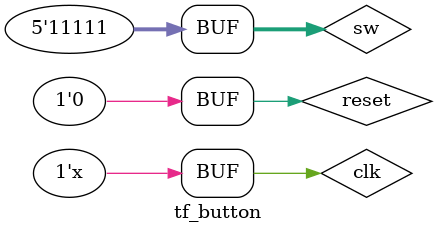
<source format=v>
`timescale 1ns/1ns

module tf_button();

// DATE:     19:52:58 10/08/2014 
// MODULE:   debounce_explicit
// DESIGN:   debounce_explicit
// FILENAME: tf_db_exp.v
// PROJECT:  debounce
// VERSION:  


// Inputs
    reg clk;
    reg reset;
    reg [4:0] sw;


// Outputs
    
    wire pos_tick;
    wire neg_tick;
    wire [2:0] kcode;


// Bidirs


// Instantiate the UUT
    buttons uut (
               .clk(clk), 
               .reset(reset), 
               .sw(sw),  
               .pos_tick(pos_tick),
               .neg_tick(neg_tick),
               .kcode(kcode)
               );


// Initialize Inputs

        initial begin
            clk = 0;
            reset = 0;
            sw = 5'b11111;

		#2000 reset = 1;
		#100 reset = 0;
		//Button 1
		//switch without glitches
		#1000 sw[0] = 0;
		#45_000 sw[0] = 1;

		//Button 2
		//switch with glitches
		//glitch while rising
		#4000_000 sw[1] = 0;
		#500 sw[1] = 1;
		#500 sw[1] = 0;
		#500 sw[1] = 1;
		#500 sw[1] = 0;
		#45_000 sw[1] = 1;
		//glitch while falling
		#500 sw[1] = 0;
		#500 sw[1] = 1;
		#500 sw[1] = 0;
		#500 sw[1] = 1;


		//Button 3
		//switch without glitches
		#4_000_000 sw[2] = 0;
		#45_000 sw[2] = 1;



		//Button 4
		//switch with glitches
		//glitch while rising
		#4_000_000 sw[3] = 0;
		#500 sw[3] = 1;
		#500 sw[3] = 0;
		#500 sw[3] = 1;
		#500 sw[3] = 0;
		#45_000 sw[3] = 1;
		//glitch while falling
		#500 sw[3] = 0;
		#500 sw[3] = 1;
		#500 sw[3] = 0;
		#500 sw[3] = 1;        


		//Button 5
		//switch with glitches
		//glitch while rising
		#4000_000 sw[4] = 0;
		#500 sw[4] = 1;
		#500 sw[4] = 0;
		#500 sw[4] = 1;
		#500 sw[4] = 0;
		#45_000 sw[4] = 1;
		//glitch while falling
		#500 sw[4] = 0;
		#500 sw[4] = 1;
		#500 sw[4] = 0;
		#500 sw[4] = 1;       

	   end

always //50MHz
#10 clk = ~clk;


endmodule


</source>
